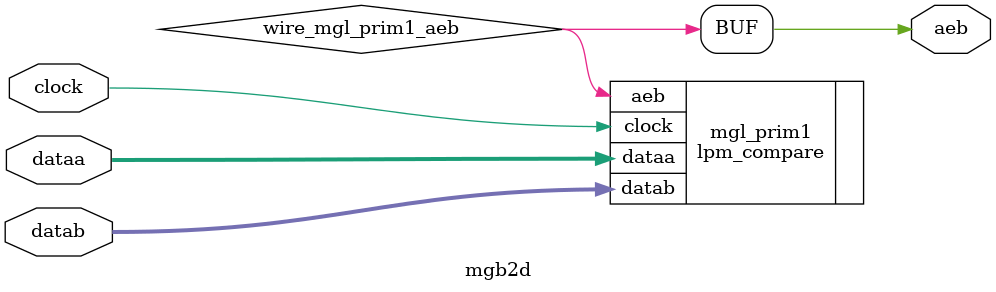
<source format=v>






//synthesis_resources = lpm_compare 1 
//synopsys translate_off
`timescale 1 ps / 1 ps
//synopsys translate_on
module  mgb2d
	( 
	aeb,
	clock,
	dataa,
	datab) /* synthesis synthesis_clearbox=1 */;
	output   aeb;
	input   clock;
	input   [31:0]  dataa;
	input   [31:0]  datab;

	wire  wire_mgl_prim1_aeb;

	lpm_compare   mgl_prim1
	( 
	.aeb(wire_mgl_prim1_aeb),
	.clock(clock),
	.dataa(dataa),
	.datab(datab));
	defparam
		mgl_prim1.lpm_pipeline = 1,
		mgl_prim1.lpm_representation = "SIGNED",
		mgl_prim1.lpm_type = "LPM_COMPARE",
		mgl_prim1.lpm_width = 32;
	assign
		aeb = wire_mgl_prim1_aeb;
endmodule //mgb2d
//VALID FILE

</source>
